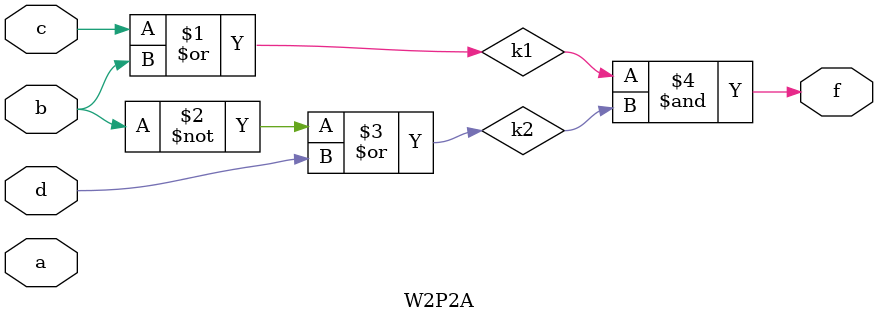
<source format=v>
module W2P2A(a,b,c,d,f);
input a,b,c,d;
output f;
or(k1,c,b);
or(k2,~b,d);
and(f,k1,k2);
endmodule

</source>
